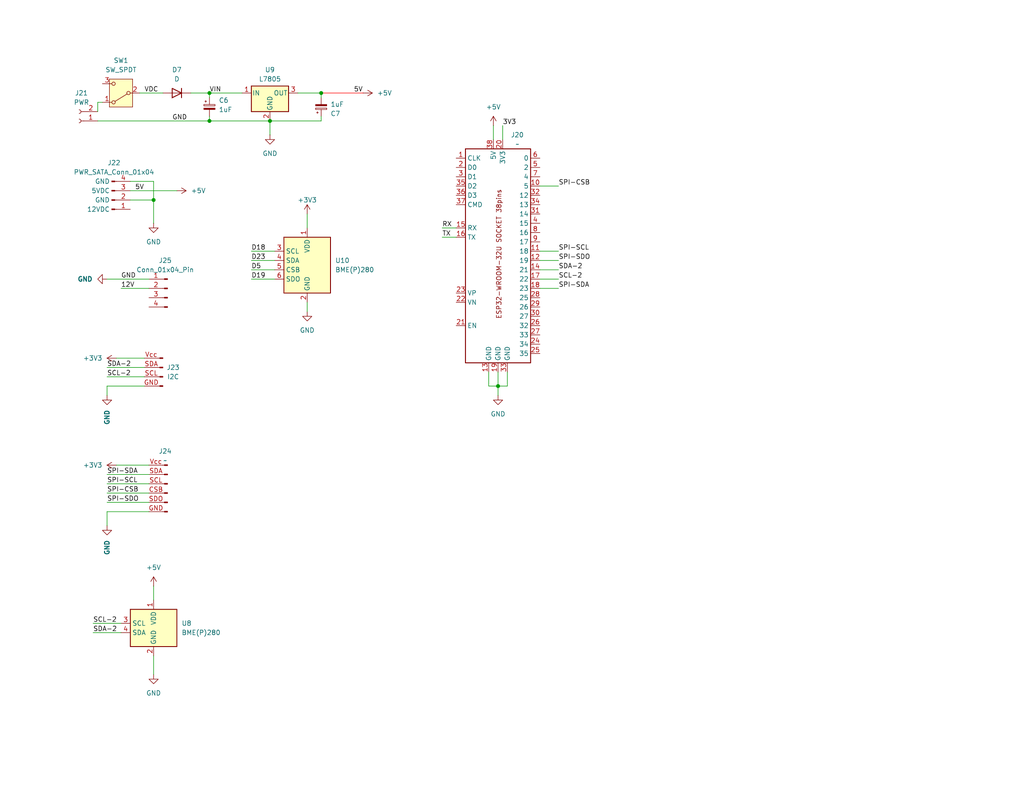
<source format=kicad_sch>
(kicad_sch (version 20231120) (generator "eeschema") (generator_version "8.0")
  (paper "USLetter")
  (title_block (title "ESP32 Sensor Node") (date "2024-07-03") (rev "v2.0") (comment 1 "ESP32-WROOM-32U DevKit"))
  (lib_symbols
    (symbol "+3V3_2" (power) (pin_numbers hide) (pin_names (offset 0) hide)
      (property "Value" "+3V3" (at 0 3.556 0))
      (symbol "+3V3_2_0_1"
        (polyline (pts (xy -0.762 1.27) (xy 0 2.54)))
        (polyline (pts (xy 0 0) (xy 0 2.54)))
        (polyline (pts (xy 0 2.54) (xy 0.762 1.27)))
      )
      (symbol "+3V3_2_1_1"
        (pin power_in line (at 0 0 90) (length 0) (name "~") (number "1"))
      )
    )
    (symbol "+5V_2" (power) (pin_numbers hide) (pin_names (offset 0) hide)
      (property "Value" "+5V" (at 0 3.556 0))
      (symbol "+5V_2_0_1"
        (polyline (pts (xy -0.762 1.27) (xy 0 2.54)))
        (polyline (pts (xy 0 0) (xy 0 2.54)))
        (polyline (pts (xy 0 2.54) (xy 0.762 1.27)))
      )
      (symbol "+5V_2_1_1"
        (pin power_in line (at 0 0 90) (length 0) (name "~") (number "1"))
      )
    )
    (symbol "Alexander Symbol Library:BME(P)280"
      (property "Reference" "U" (at -7.62 10.16 0))
      (property "Value" "BME(P)280" (at 5.08 10.16 0))
      (symbol "BME(P)280_0_1"
        (rectangle (start -7.62 7.62) (end 5.08 -2.54) (stroke (width 0.254)) (fill (type background)))
      )
      (symbol "BME(P)280_1_1"
        (pin power_in line (at -1.27 10.16 270) (length 2.54) (name "VDD") (number "1"))
        (pin power_out line (at -1.27 -5.08 90) (length 2.54) (name "GND") (number "2"))
        (pin input line (at -10.16 3.81 0) (length 2.54) (name "SCL") (number "3"))
        (pin bidirectional line (at -10.16 1.27 0) (length 2.54) (name "SDA") (number "4"))
      )
    )
    (symbol "Alexander Symbol Library:ESP32-WROOM-32U-38pins"
      (property "Reference" "J20" (at 13.6241 62.23 0))
      (property "Value" "~" (at 13.6241 59.69 0))
      (symbol "ESP32-WROOM-32U-38pins_0_1"
        (rectangle (start 0 58.42) (end 17.78 0) (stroke (width 0.254)))
      )
      (symbol "ESP32-WROOM-32U-38pins_1_1"
        (text "ESP32-WROOM-32U SOCKET 38pins" (at 9.144 29.718 900) (effects (font (size 1.27 1.27))))
        (pin input line (at -2.54 55.88 0) (length 2.54) (name "CLK") (number "1"))
        (pin bidirectional line (at 20.32 48.26 180) (length 2.54) (name "5") (number "10"))
        (pin bidirectional line (at 20.32 30.48 180) (length 2.54) (name "18") (number "11"))
        (pin bidirectional line (at 20.32 27.94 180) (length 2.54) (name "19") (number "12"))
        (pin power_out line (at 6.35 -2.54 90) (length 2.54) (name "GND") (number "13"))
        (pin bidirectional line (at 20.32 25.4 180) (length 2.54) (name "21") (number "14"))
        (pin bidirectional line (at -2.54 36.83 0) (length 2.54) (name "RX") (number "15"))
        (pin bidirectional line (at -2.54 34.29 0) (length 2.54) (name "TX") (number "16"))
        (pin bidirectional line (at 20.32 22.86 180) (length 2.54) (name "22") (number "17"))
        (pin bidirectional line (at 20.32 20.32 180) (length 2.54) (name "23") (number "18"))
        (pin power_out line (at 8.89 -2.54 90) (length 2.54) (name "GND") (number "19"))
        (pin bidirectional line (at -2.54 53.34 0) (length 2.54) (name "D0") (number "2"))
        (pin power_in line (at 10.16 60.96 270) (length 2.54) (name "3V3") (number "20"))
        (pin bidirectional line (at -2.54 10.16 0) (length 2.54) (name "EN") (number "21"))
        (pin bidirectional line (at -2.54 16.51 0) (length 2.54) (name "VN") (number "22"))
        (pin bidirectional line (at -2.54 19.05 0) (length 2.54) (name "VP") (number "23"))
        (pin bidirectional line (at 20.32 5.08 180) (length 2.54) (name "34") (number "24"))
        (pin bidirectional line (at 20.32 2.54 180) (length 2.54) (name "35") (number "25"))
        (pin bidirectional line (at 20.32 10.16 180) (length 2.54) (name "32") (number "26"))
        (pin bidirectional line (at 20.32 7.62 180) (length 2.54) (name "33") (number "27"))
        (pin bidirectional line (at 20.32 17.78 180) (length 2.54) (name "25") (number "28"))
        (pin bidirectional line (at 20.32 15.24 180) (length 2.54) (name "26") (number "29"))
        (pin bidirectional line (at -2.54 50.8 0) (length 2.54) (name "D1") (number "3"))
        (pin bidirectional line (at 20.32 12.7 180) (length 2.54) (name "27") (number "30"))
        (pin bidirectional line (at 20.32 40.64 180) (length 2.54) (name "14") (number "31"))
        (pin bidirectional line (at 20.32 45.72 180) (length 2.54) (name "12") (number "32"))
        (pin power_out line (at 11.43 -2.54 90) (length 2.54) (name "GND") (number "33"))
        (pin bidirectional line (at 20.32 43.18 180) (length 2.54) (name "13") (number "34"))
        (pin bidirectional line (at -2.54 48.26 0) (length 2.54) (name "D2") (number "35"))
        (pin bidirectional line (at -2.54 45.72 0) (length 2.54) (name "D3") (number "36"))
        (pin bidirectional line (at -2.54 43.18 0) (length 2.54) (name "CMD") (number "37"))
        (pin power_in line (at 7.62 60.96 270) (length 2.54) (name "5V") (number "38"))
        (pin bidirectional line (at 20.32 38.1 180) (length 2.54) (name "15") (number "4"))
        (pin bidirectional line (at 20.32 53.34 180) (length 2.54) (name "2") (number "5"))
        (pin bidirectional line (at 20.32 55.88 180) (length 2.54) (name "0") (number "6"))
        (pin bidirectional line (at 20.32 50.8 180) (length 2.54) (name "4") (number "7"))
        (pin bidirectional line (at 20.32 35.56 180) (length 2.54) (name "16") (number "8"))
        (pin bidirectional line (at 20.32 33.02 180) (length 2.54) (name "17") (number "9"))
      )
    )
    (symbol "Alexander_Library_Symbols:BME(P)280"
      (property "Reference" "U" (at -7.62 10.16 0))
      (property "Value" "BME(P)280" (at 5.08 10.16 0))
      (symbol "BME(P)280_0_1"
        (rectangle (start -7.62 7.62) (end 5.08 -7.62) (stroke (width 0.254)) (fill (type background)))
      )
      (symbol "BME(P)280_1_1"
        (pin power_in line (at -1.27 10.16 270) (length 2.54) (name "VDD") (number "1"))
        (pin power_out line (at -1.27 -10.16 90) (length 2.54) (name "GND") (number "2"))
        (pin input line (at -10.16 3.81 0) (length 2.54) (name "SCL") (number "3"))
        (pin bidirectional line (at -10.16 1.27 0) (length 2.54) (name "SDA") (number "4"))
        (pin input line (at -10.16 -1.27 0) (length 2.54) (name "CSB") (number "5"))
        (pin input line (at -10.16 -3.81 0) (length 2.54) (name "SDO") (number "6"))
      )
    )
    (symbol "Alexander_Library_Symbols:Conn_I2C_01x04" (pin_names (offset 1.016) hide)
      (property "Reference" "J" (at 0 5.08 0))
      (property "Value" "I2C" (at 0 -7.62 0))
      (symbol "Conn_I2C_01x04_1_1"
        (polyline (pts (xy 1.27 -5.08) (xy 0.8636 -5.08)) (stroke (width 0.1524)))
        (polyline (pts (xy 1.27 -2.54) (xy 0.8636 -2.54)) (stroke (width 0.1524)))
        (polyline (pts (xy 1.27 0) (xy 0.8636 0)) (stroke (width 0.1524)))
        (polyline (pts (xy 1.27 2.54) (xy 0.8636 2.54)) (stroke (width 0.1524)))
        (rectangle (start 0.8636 -4.953) (end 0 -5.207) (stroke (width 0.1524)) (fill (type outline)))
        (rectangle (start 0.8636 -2.413) (end 0 -2.667) (stroke (width 0.1524)) (fill (type outline)))
        (rectangle (start 0.8636 0.127) (end 0 -0.127) (stroke (width 0.1524)) (fill (type outline)))
        (rectangle (start 0.8636 2.667) (end 0 2.413) (stroke (width 0.1524)) (fill (type outline)))
        (pin power_out line (at 5.08 -5.08 180) (length 3.81) (name "GND") (number "GND"))
        (pin bidirectional line (at 5.08 -2.54 180) (length 3.81) (name "SCL") (number "SCL"))
        (pin bidirectional line (at 5.08 0 180) (length 3.81) (name "SDA") (number "SDA"))
        (pin power_in line (at 5.08 2.54 180) (length 3.81) (name "VCC") (number "Vcc"))
      )
    )
    (symbol "Alexander_Library_Symbols:PWR_SATA_Conn_01x04" (pin_names (offset 1.778)) (exclude_from_sim yes)
      (property "Reference" "J" (at 0 -7.62 0))
      (property "Value" "PWR_SATA_Conn_01x04" (at 0 5.08 0))
      (symbol "PWR_SATA_Conn_01x04_1_1"
        (rectangle (start 0 -4.953) (end 0.8636 -5.207) (stroke (width 0.1524)) (fill (type outline)))
        (rectangle (start 0 -2.413) (end 0.8636 -2.667) (stroke (width 0.1524)) (fill (type outline)))
        (polyline (pts (xy 1.27 -5.08) (xy 0.8636 -5.08)) (stroke (width 0.1524)))
        (polyline (pts (xy 1.27 -2.54) (xy 0.8636 -2.54)) (stroke (width 0.1524)))
        (polyline (pts (xy 1.27 0) (xy 0.8636 0)) (stroke (width 0.1524)))
        (polyline (pts (xy 1.27 2.54) (xy 0.8636 2.54)) (stroke (width 0.1524)))
        (rectangle (start 0 0.127) (end 0.8636 -0.127) (stroke (width 0.1524)) (fill (type outline)))
        (rectangle (start 0 2.667) (end 0.8636 2.413) (stroke (width 0.1524)) (fill (type outline)))
        (pin passive line (at 5.08 -5.08 180) (length 3.81) (name "12VDC") (number "1"))
        (pin passive line (at 5.08 -2.54 180) (length 3.81) (name "GND") (number "2"))
        (pin passive line (at 5.08 0 180) (length 3.81) (name "5VDC") (number "3"))
        (pin passive line (at 5.08 2.54 180) (length 3.81) (name "GND") (number "4"))
      )
    )
    (symbol "Conn_01x04_Pin_1" (pin_names (offset 1.016) hide)
      (property "Reference" "J" (at 0 5.08 0))
      (property "Value" "Conn_01x04_Pin" (at 0 -7.62 0))
      (symbol "Conn_01x04_Pin_1_1_1"
        (polyline (pts (xy 1.27 -5.08) (xy 0.8636 -5.08)) (stroke (width 0.1524)))
        (polyline (pts (xy 1.27 -2.54) (xy 0.8636 -2.54)) (stroke (width 0.1524)))
        (polyline (pts (xy 1.27 0) (xy 0.8636 0)) (stroke (width 0.1524)))
        (polyline (pts (xy 1.27 2.54) (xy 0.8636 2.54)) (stroke (width 0.1524)))
        (rectangle (start 0.8636 -4.953) (end 0 -5.207) (stroke (width 0.1524)) (fill (type outline)))
        (rectangle (start 0.8636 -2.413) (end 0 -2.667) (stroke (width 0.1524)) (fill (type outline)))
        (rectangle (start 0.8636 0.127) (end 0 -0.127) (stroke (width 0.1524)) (fill (type outline)))
        (rectangle (start 0.8636 2.667) (end 0 2.413) (stroke (width 0.1524)) (fill (type outline)))
        (pin passive line (at 5.08 2.54 180) (length 3.81) (name "Pin_1") (number "1"))
        (pin passive line (at 5.08 0 180) (length 3.81) (name "Pin_2") (number "2"))
        (pin passive line (at 5.08 -2.54 180) (length 3.81) (name "Pin_3") (number "3"))
        (pin passive line (at 5.08 -5.08 180) (length 3.81) (name "Pin_4") (number "4"))
      )
    )
    (symbol "Conn_SPI_1" (pin_names hide)
      (property "Reference" "J" (at 0 0 0))
      (symbol "Conn_SPI_1_1_1"
        (polyline (pts (xy 1.27 5.08) (xy 0.8636 5.08)) (stroke (width 0.1524)))
        (polyline (pts (xy 1.27 7.62) (xy 0.8636 7.62)) (stroke (width 0.1524)))
        (polyline (pts (xy 1.27 10.16) (xy 0.8636 10.16)) (stroke (width 0.1524)))
        (polyline (pts (xy 1.27 12.7) (xy 0.8636 12.7)) (stroke (width 0.1524)))
        (polyline (pts (xy 1.27 15.24) (xy 0.8636 15.24)) (stroke (width 0.1524)))
        (polyline (pts (xy 1.27 17.78) (xy 0.8636 17.78)) (stroke (width 0.1524)))
        (rectangle (start 0 10.287) (end 0.8636 10.033) (stroke (width 0.1524)) (fill (type outline)))
        (rectangle (start 0 12.827) (end 0.8636 12.573) (stroke (width 0.1524)) (fill (type outline)))
        (rectangle (start 0.8636 5.207) (end 0 4.953) (stroke (width 0.1524)) (fill (type outline)))
        (rectangle (start 0.8636 7.747) (end 0 7.493) (stroke (width 0.1524)) (fill (type outline)))
        (rectangle (start 0.8636 15.367) (end 0 15.113) (stroke (width 0.1524)) (fill (type outline)))
        (rectangle (start 0.8636 17.907) (end 0 17.653) (stroke (width 0.1524)) (fill (type outline)))
        (pin bidirectional line (at 5.08 10.16 180) (length 3.81) (name "CSB") (number "CSB"))
        (pin power_out line (at 5.08 5.08 180) (length 3.81) (name "GND") (number "GND"))
        (pin bidirectional line (at 5.08 12.7 180) (length 3.81) (name "SCL") (number "SCL"))
        (pin bidirectional line (at 5.08 15.24 180) (length 3.81) (name "SDA") (number "SDA"))
        (pin bidirectional line (at 5.08 7.62 180) (length 3.81) (name "SDO") (number "SDO"))
        (pin power_in line (at 5.08 17.78 180) (length 3.81) (name "VCC") (number "Vcc"))
      )
    )
    (symbol "Connector:Conn_01x02_Socket" (pin_names (offset 1.016) hide)
      (property "Reference" "J" (at 0 2.54 0))
      (property "Value" "Conn_01x02_Socket" (at 0 -5.08 0))
      (symbol "Conn_01x02_Socket_1_1"
        (arc (start 0 -2.032) (mid -0.5058 -2.54) (end 0 -3.048) (stroke (width 0.1524)))
        (polyline (pts (xy -1.27 -2.54) (xy -0.508 -2.54)) (stroke (width 0.1524)))
        (polyline (pts (xy -1.27 0) (xy -0.508 0)) (stroke (width 0.1524)))
        (arc (start 0 0.508) (mid -0.5058 0) (end 0 -0.508) (stroke (width 0.1524)))
        (pin passive line (at -5.08 0 0) (length 3.81) (name "Pin_1") (number "1"))
        (pin passive line (at -5.08 -2.54 0) (length 3.81) (name "Pin_2") (number "2"))
      )
    )
    (symbol "Device:C_Polarized_Small" (pin_numbers hide) (pin_names (offset 0.254) hide)
      (property "Reference" "C" (at 0.254 1.778 0))
      (property "Value" "C_Polarized_Small" (at 0.254 -2.032 0))
      (symbol "C_Polarized_Small_0_1"
        (rectangle (start -1.524 -0.3048) (end 1.524 -0.6858) (fill (type outline)))
        (rectangle (start -1.524 0.6858) (end 1.524 0.3048))
        (polyline (pts (xy -1.27 1.524) (xy -0.762 1.524)))
        (polyline (pts (xy -1.016 1.27) (xy -1.016 1.778)))
      )
      (symbol "C_Polarized_Small_1_1"
        (pin passive line (at 0 2.54 270) (length 1.8542) (name "~") (number "1"))
        (pin passive line (at 0 -2.54 90) (length 1.8542) (name "~") (number "2"))
      )
    )
    (symbol "Device:D" (pin_numbers hide) (pin_names (offset 1.016) hide)
      (property "Reference" "D" (at 0 2.54 0))
      (property "Value" "D" (at 0 -2.54 0))
      (symbol "D_0_1"
        (polyline (pts (xy -1.27 1.27) (xy -1.27 -1.27)) (stroke (width 0.254)))
        (polyline (pts (xy 1.27 0) (xy -1.27 0)))
        (polyline (pts (xy 1.27 1.27) (xy 1.27 -1.27) (xy -1.27 0) (xy 1.27 1.27)) (stroke (width 0.254)))
      )
      (symbol "D_1_1"
        (pin passive line (at -3.81 0 0) (length 2.54) (name "K") (number "1"))
        (pin passive line (at 3.81 0 180) (length 2.54) (name "A") (number "2"))
      )
    )
    (symbol "GND_7" (power) (pin_numbers hide) (pin_names (offset 0) hide)
      (property "Value" "GND" (at 0 -3.81 0))
      (symbol "GND_7_0_1"
        (polyline (pts (xy 0 0) (xy 0 -1.27) (xy 1.27 -1.27) (xy 0 -2.54) (xy -1.27 -1.27) (xy 0 -1.27)))
      )
      (symbol "GND_7_1_1"
        (pin power_in line (at 0 0 270) (length 0) (name "~") (number "1"))
      )
    )
    (symbol "Regulator_Linear:L7805" (pin_names (offset 0.254))
      (property "Reference" "U4" (at 0 6.35 0))
      (property "Value" "L7805" (at 0 3.81 0))
      (symbol "L7805_0_1"
        (rectangle (start -5.08 1.905) (end 5.08 -5.08) (stroke (width 0.254)) (fill (type background)))
      )
      (symbol "L7805_1_1"
        (pin power_in line (at -7.62 0 0) (length 2.54) (name "IN") (number "1"))
        (pin power_in line (at 0 -7.62 90) (length 2.54) (name "GND") (number "2"))
        (pin power_out line (at 7.62 0 180) (length 2.54) (name "OUT") (number "3"))
      )
    )
    (symbol "Switch:SW_SPDT" (pin_names (offset 0) hide)
      (property "Reference" "SW" (at 0 5.08 0))
      (property "Value" "SW_SPDT" (at 0 -5.08 0))
      (symbol "SW_SPDT_0_1"
        (circle (center -2.032 0) (radius 0.4572))
        (polyline (pts (xy -1.651 0.254) (xy 1.651 2.286)))
        (circle (center 2.032 -2.54) (radius 0.4572))
        (circle (center 2.032 2.54) (radius 0.4572))
      )
      (symbol "SW_SPDT_1_1"
        (rectangle (start -3.175 3.81) (end 3.175 -3.81) (fill (type background)))
        (pin passive line (at 5.08 2.54 180) (length 2.54) (name "A") (number "1"))
        (pin passive line (at -5.08 0 0) (length 2.54) (name "B") (number "2"))
        (pin passive line (at 5.08 -2.54 180) (length 2.54) (name "C") (number "3"))
      )
    )
    (symbol "power:+3V3" (power) (pin_names (offset 0))
      (property "Value" "+3V3" (at 0 3.556 0))
      (symbol "+3V3_0_1"
        (polyline (pts (xy -0.762 1.27) (xy 0 2.54)))
        (polyline (pts (xy 0 0) (xy 0 2.54)))
        (polyline (pts (xy 0 2.54) (xy 0.762 1.27)))
      )
      (symbol "+3V3_1_1"
        (pin power_in line (at 0 0 90) (length 0) hide (name "+3V3") (number "1"))
      )
    )
    (symbol "power:GND" (power) (pin_names (offset 0))
      (property "Value" "GND" (at 0 -3.81 0))
      (symbol "GND_0_1"
        (polyline (pts (xy 0 0) (xy 0 -1.27) (xy 1.27 -1.27) (xy 0 -2.54) (xy -1.27 -1.27) (xy 0 -1.27)))
      )
      (symbol "GND_1_1"
        (pin power_in line (at 0 0 270) (length 0) hide (name "GND") (number "1"))
      )
    )
  )
  (junction (at 57.15 33.02))
  (junction (at 87.63 25.4))
  (junction (at 57.15 25.4))
  (junction (at 135.89 105.41))
  (junction (at 41.91 54.61))
  (junction (at 73.66 33.02))
  (wire (pts (xy 29.21 134.62) (xy 40.64 134.62)))
  (wire (pts (xy 147.32 68.58) (xy 152.4 68.58)))
  (wire (pts (xy 26.67 33.02) (xy 57.15 33.02)))
  (wire (pts (xy 147.32 78.74) (xy 152.4 78.74)))
  (wire (pts (xy 68.58 71.12) (xy 74.93 71.12)))
  (wire (pts (xy 29.21 76.2) (xy 40.64 76.2)))
  (wire (pts (xy 134.62 34.29) (xy 134.62 38.1)))
  (wire (pts (xy 147.32 50.8) (xy 152.4 50.8)))
  (wire (pts (xy 133.35 105.41) (xy 135.89 105.41)))
  (wire (pts (xy 120.65 64.77) (xy 124.46 64.77)))
  (wire (pts (xy 147.32 76.2) (xy 152.4 76.2)))
  (wire (pts (xy 87.63 33.02) (xy 73.66 33.02)))
  (wire (pts (xy 29.21 137.16) (xy 40.64 137.16)))
  (wire (pts (xy 147.32 73.66) (xy 152.4 73.66)))
  (wire (pts (xy 41.91 179.07) (xy 41.91 184.15)))
  (wire (pts (xy 135.89 105.41) (xy 135.89 107.95)))
  (wire (pts (xy 57.15 26.67) (xy 57.15 25.4)))
  (wire (pts (xy 83.82 82.55) (xy 83.82 85.09)))
  (wire (pts (xy 133.35 101.6) (xy 133.35 105.41)))
  (wire (pts (xy 41.91 49.53) (xy 41.91 54.61)))
  (wire (pts (xy 29.21 100.33) (xy 39.37 100.33)))
  (wire (pts (xy 57.15 25.4) (xy 66.04 25.4)))
  (wire (pts (xy 25.4 172.72) (xy 33.02 172.72)))
  (wire (pts (xy 41.91 54.61) (xy 41.91 60.96)))
  (wire (pts (xy 68.58 76.2) (xy 74.93 76.2)))
  (wire (pts (xy 35.56 52.07) (xy 48.26 52.07)))
  (wire (pts (xy 138.43 105.41) (xy 135.89 105.41)))
  (wire (pts (xy 52.07 25.4) (xy 57.15 25.4)))
  (wire (pts (xy 29.21 107.95) (xy 29.21 105.41)))
  (wire (pts (xy 26.67 30.48) (xy 26.67 27.94)))
  (wire (pts (xy 81.28 25.4) (xy 87.63 25.4)))
  (wire (pts (xy 87.63 25.4) (xy 87.63 26.67)))
  (wire (pts (xy 57.15 33.02) (xy 73.66 33.02)))
  (wire (pts (xy 87.63 31.75) (xy 87.63 33.02)))
  (wire (pts (xy 87.63 25.4) (xy 99.06 25.4)) (stroke (width 0) (color 255 0 0 1)))
  (wire (pts (xy 35.56 54.61) (xy 41.91 54.61)))
  (wire (pts (xy 29.21 139.7) (xy 40.64 139.7)))
  (wire (pts (xy 31.75 97.79) (xy 39.37 97.79)))
  (wire (pts (xy 120.65 62.23) (xy 124.46 62.23)))
  (wire (pts (xy 83.82 58.42) (xy 83.82 62.23)))
  (wire (pts (xy 138.43 101.6) (xy 138.43 105.41)))
  (wire (pts (xy 26.67 27.94) (xy 27.94 27.94)))
  (wire (pts (xy 137.16 34.29) (xy 137.16 38.1)))
  (wire (pts (xy 41.91 160.02) (xy 41.91 163.83)))
  (wire (pts (xy 73.66 33.02) (xy 73.66 36.83)))
  (wire (pts (xy 147.32 71.12) (xy 152.4 71.12)))
  (wire (pts (xy 35.56 49.53) (xy 41.91 49.53)))
  (wire (pts (xy 135.89 101.6) (xy 135.89 105.41)))
  (wire (pts (xy 31.75 127) (xy 40.64 127)))
  (wire (pts (xy 57.15 31.75) (xy 57.15 33.02)))
  (wire (pts (xy 68.58 73.66) (xy 74.93 73.66)))
  (wire (pts (xy 68.58 68.58) (xy 74.93 68.58)))
  (wire (pts (xy 29.21 143.51) (xy 29.21 139.7)))
  (wire (pts (xy 25.4 170.18) (xy 33.02 170.18)))
  (wire (pts (xy 38.1 25.4) (xy 44.45 25.4)))
  (wire (pts (xy 29.21 105.41) (xy 39.37 105.41)))
  (wire (pts (xy 29.21 132.08) (xy 40.64 132.08)))
  (wire (pts (xy 33.02 78.74) (xy 40.64 78.74)))
  (wire (pts (xy 29.21 129.54) (xy 40.64 129.54)))
  (wire (pts (xy 29.21 102.87) (xy 39.37 102.87)))
  (label "SDA-2" (at 25.4 172.72 0))
  (label "SPI-SCL" (at 29.21 132.08 0))
  (label "5V" (at 96.52 25.4 0))
  (label "GND" (at 46.99 33.02 0))
  (label "SPI-CSB" (at 152.4 50.8 0))
  (label "3V3" (at 137.16 34.29 0))
  (label "SCL-2" (at 152.4 76.2 0))
  (label "SPI-SDO" (at 152.4 71.12 0))
  (label "VIN" (at 57.15 25.4 0))
  (label "SPI-CSB" (at 29.21 134.62 0))
  (label "SPI-SDA" (at 152.4 78.74 0))
  (label "SPI-SDO" (at 29.21 137.16 0))
  (label "5V" (at 36.83 52.07 0))
  (label "SDA-2" (at 29.21 100.33 0))
  (label "D18" (at 68.58 68.58 0))
  (label "D5" (at 68.58 73.66 0))
  (label "SCL-2" (at 29.21 102.87 0))
  (label "SDA-2" (at 152.4 73.66 0))
  (label "D23" (at 68.58 71.12 0))
  (label "SCL-2" (at 25.4 170.18 0))
  (label "GND" (at 33.02 76.2 0))
  (label "RX" (at 120.65 62.23 0))
  (label "TX" (at 120.65 64.77 0))
  (label "D19" (at 68.58 76.2 0))
  (label "SPI-SDA" (at 29.21 129.54 0))
  (label "SPI-SCL" (at 152.4 68.58 0))
  (label "12V" (at 33.02 78.74 0))
  (label "VDC" (at 39.37 25.4 0))
  (symbol (lib_id "Device:D") (at 48.26 25.4 180) (unit 1)
    (property "Reference" "D7" (at 48.26 19.05 0))
    (property "Value" "D" (at 48.26 21.59 0))
    (property "Footprint" "Diode_SMD:D_1210_3225Metric" (effects (hide yes)))
    (property "Description" "Diode" (effects (hide yes)))
    (property "Sim.Device" "D" (effects (hide yes)))
    (property "Sim.Pins" "1=K 2=A" (effects (hide yes)))
  )
  (symbol (lib_id "Alexander_Library_Symbols:Conn_I2C_01x04") (at 44.45 100.33 0) (mirror y) (unit 1)
    (property "Reference" "J23" (at 47.244 100.33 0))
    (property "Value" "I2C" (at 47.244 102.87 0))
    (property "Footprint" "Alexander Footprint Library:Conn_I2C" (effects (hide yes)))
  )
  (symbol (lib_id "Alexander Symbol Library:ESP32-WROOM-32U-38pins") (at 127 99.06 0) (unit 1)
    (property "Reference" "J20" (at 139.3541 36.83 0) (effects (justify left)))
    (property "Value" "~" (at 140.6241 39.37 0) (effects (justify left)))
    (property "Footprint" "Alexander Footprint Library:Conn_ESP32_WROOM-DevKit-38pins" (effects (hide yes)))
    (property "Description" "Connector ESP32 WROOM 32D Module 38pins anthena" (effects (hide yes)))
  )
  (symbol (lib_id "Device:C_Polarized_Small") (at 57.15 29.21 0) (unit 1)
    (property "Reference" "C6" (at 59.69 27.3939 0) (effects (justify left)))
    (property "Value" "1uF" (at 59.69 29.9339 0) (effects (justify left)))
    (property "Footprint" "Capacitor_THT:CP_Radial_D4.0mm_P2.00mm" (effects (hide yes)))
  )
  (symbol (lib_name "+5V_2") (lib_id "power:+5V") (at 99.06 25.4 270) (unit 1)
    (property "Reference" "#PWR039" (effects (hide yes)))
    (property "Value" "+5V" (at 102.87 25.3999 90) (effects (justify left)))
    (property "Description" "Power symbol creates a global label with name \"+5V\"" (effects (hide yes)))
  )
  (symbol (lib_id "power:GND") (at 29.21 76.2 270) (unit 1)
    (property "Reference" "#PWR036" (effects (hide yes)))
    (property "Value" "GND" (at 25.4 76.2 90) (effects (font (bold yes)) (justify right)))
  )
  (symbol (lib_name "+5V_2") (lib_id "power:+5V") (at 48.26 52.07 270) (unit 1)
    (property "Reference" "#PWR034" (effects (hide yes)))
    (property "Value" "+5V" (at 52.07 52.0699 90) (effects (justify left)))
    (property "Description" "Power symbol creates a global label with name \"+5V\"" (effects (hide yes)))
  )
  (symbol (lib_name "+5V_2") (lib_id "power:+5V") (at 41.91 160.02 0) (unit 1)
    (property "Reference" "#PWR031" (effects (hide yes)))
    (property "Value" "+5V" (at 41.91 154.94 0))
    (property "Description" "Power symbol creates a global label with name \"+5V\"" (effects (hide yes)))
  )
  (symbol (lib_id "power:+3V3") (at 31.75 97.79 90) (unit 1)
    (property "Reference" "#PWR038" (effects (hide yes)))
    (property "Value" "+3V3" (at 27.94 97.79 90) (effects (justify left)))
  )
  (symbol (lib_id "power:GND") (at 29.21 107.95 0) (unit 1)
    (property "Reference" "#PWR037" (effects (hide yes)))
    (property "Value" "GND" (at 29.21 111.76 90) (effects (font (bold yes)) (justify right)))
  )
  (symbol (lib_id "power:GND") (at 41.91 184.15 0) (unit 1)
    (property "Reference" "#PWR032" (effects (hide yes)))
    (property "Value" "GND" (at 41.91 189.23 0))
  )
  (symbol (lib_id "power:GND") (at 29.21 143.51 0) (unit 1)
    (property "Reference" "#PWR041" (effects (hide yes)))
    (property "Value" "GND" (at 29.21 147.32 90) (effects (font (bold yes)) (justify right)))
  )
  (symbol (lib_name "Conn_01x04_Pin_1") (lib_id "Connector:Conn_01x04_Pin") (at 45.72 78.74 0) (mirror y) (unit 1)
    (property "Reference" "J25" (at 45.085 71.12 0))
    (property "Value" "Conn_01x04_Pin" (at 45.085 73.66 0))
    (property "Footprint" "Connector:FanPinHeader_1x04_P2.54mm_Vertical" (effects (hide yes)))
    (property "Description" "Generic connector, single row, 01x04, script generated" (effects (hide yes)))
  )
  (symbol (lib_name "GND_7") (lib_id "power:GND") (at 73.66 36.83 0) (unit 1)
    (property "Reference" "#PWR035" (effects (hide yes)))
    (property "Value" "GND" (at 73.66 41.91 0))
    (property "Description" "Power symbol creates a global label with name \"GND\" , ground" (effects (hide yes)))
  )
  (symbol (lib_name "GND_7") (lib_id "power:GND") (at 41.91 60.96 0) (unit 1)
    (property "Reference" "#PWR033" (effects (hide yes)))
    (property "Value" "GND" (at 41.91 66.04 0))
    (property "Description" "Power symbol creates a global label with name \"GND\" , ground" (effects (hide yes)))
  )
  (symbol (lib_id "Connector:Conn_01x02_Socket") (at 21.59 33.02 180) (unit 1)
    (property "Reference" "J21" (at 22.225 25.4 0))
    (property "Value" "PWR" (at 22.225 27.94 0))
    (property "Footprint" "Connector_PinSocket_2.54mm:PinSocket_1x02_P2.54mm_Vertical" (effects (hide yes)))
  )
  (symbol (lib_name "+5V_2") (lib_id "power:+5V") (at 134.62 34.29 0) (unit 1)
    (property "Reference" "#PWR029" (effects (hide yes)))
    (property "Value" "+5V" (at 134.62 29.21 0))
    (property "Description" "Power symbol creates a global label with name \"+5V\"" (effects (hide yes)))
  )
  (symbol (lib_id "Alexander_Library_Symbols:BME(P)280") (at 85.09 72.39 0) (unit 1)
    (property "Reference" "U10" (at 91.44 71.1199 0) (effects (justify left)))
    (property "Value" "BME(P)280" (at 91.44 73.6599 0) (effects (justify left)))
    (property "Footprint" "Alexander Footprint Library:BME280_BMP280_I2C" (effects (hide yes)))
    (property "Description" "Absolute Barometric Pressure Sensor" (effects (hide yes)))
  )
  (symbol (lib_id "power:GND") (at 83.82 85.09 0) (unit 1)
    (property "Reference" "#PWR043" (effects (hide yes)))
    (property "Value" "GND" (at 83.82 90.17 0))
  )
  (symbol (lib_name "Conn_SPI_1") (lib_id "Alexander Symbol Library:Conn_SPI") (at 45.72 144.78 0) (mirror y) (unit 1)
    (property "Reference" "J24" (at 45.085 123.19 0))
    (property "Value" "~" (at 45.085 125.73 0))
    (property "Footprint" "Alexander Footprint Library:Conn_SPI" (effects (hide yes)))
  )
  (symbol (lib_id "Alexander_Library_Symbols:PWR_SATA_Conn_01x04") (at 30.48 52.07 0) (unit 1) (exclude_from_sim yes)
    (property "Reference" "J22" (at 31.115 44.45 0))
    (property "Value" "PWR_SATA_Conn_01x04" (at 31.115 46.99 0))
    (property "Footprint" "Connector_PinSocket_2.54mm:PinSocket_1x04_P2.54mm_Vertical" (effects (hide yes)))
    (property "Description" "Generic connector, single row, 01x04, script generated" (effects (hide yes)))
  )
  (symbol (lib_id "Alexander Symbol Library:BME(P)280") (at 43.18 173.99 0) (unit 1)
    (property "Reference" "U8" (at 49.53 170.1799 0) (effects (justify left)))
    (property "Value" "BME(P)280" (at 49.53 172.7199 0) (effects (justify left)))
    (property "Footprint" "Alexander Footprint Library:BME280_BMP280_I2C" (effects (hide yes)))
    (property "Description" "Absolute Barometric Pressure Sensor" (effects (hide yes)))
  )
  (symbol (lib_id "power:GND") (at 135.89 107.95 0) (unit 1)
    (property "Reference" "#PWR030" (effects (hide yes)))
    (property "Value" "GND" (at 135.89 113.03 0))
  )
  (symbol (lib_id "Device:C_Polarized_Small") (at 87.63 29.21 0) (mirror x) (unit 1)
    (property "Reference" "C7" (at 90.17 31.0261 0) (effects (justify left)))
    (property "Value" "1uF" (at 90.17 28.4861 0) (effects (justify left)))
    (property "Footprint" "Capacitor_THT:CP_Radial_D4.0mm_P2.00mm" (effects (hide yes)))
  )
  (symbol (lib_id "Regulator_Linear:L7805") (at 73.66 25.4 0) (unit 1)
    (property "Reference" "U9" (at 73.66 19.05 0))
    (property "Value" "L7805" (at 73.66 21.59 0))
    (property "Footprint" "Alexander Footprint Library:LD1117" (effects (hide yes)))
    (property "Datasheet" "datasheets/Voltage-Regulator_L7805.pdf" (effects (hide yes)))
    (property "Description" "Voltage Regulator 1.5A Positive" (effects (hide yes)))
  )
  (symbol (lib_name "+3V3_2") (lib_id "power:+3V3") (at 83.82 58.42 0) (unit 1)
    (property "Reference" "#PWR042" (effects (hide yes)))
    (property "Value" "+3V3" (at 83.82 54.61 0))
    (property "Description" "Power symbol creates a global label with name \"+3V3\"" (effects (hide yes)))
  )
  (symbol (lib_id "power:+3V3") (at 31.75 127 90) (unit 1)
    (property "Reference" "#PWR044" (effects (hide yes)))
    (property "Value" "+3V3" (at 27.94 127 90) (effects (justify left)))
  )
  (symbol (lib_id "Switch:SW_SPDT") (at 33.02 25.4 180) (unit 1)
    (property "Reference" "SW1" (at 33.02 16.51 0))
    (property "Value" "SW_SPDT" (at 33.02 19.05 0))
    (property "Footprint" "Button_Switch_THT:SW_Slide-03_Wuerth-WS-SLTV_10x2.5x6.4_P2.54mm" (effects (hide yes)))
    (property "Description" "Switch, single pole double throw" (effects (hide yes)))
  )
)
</source>
